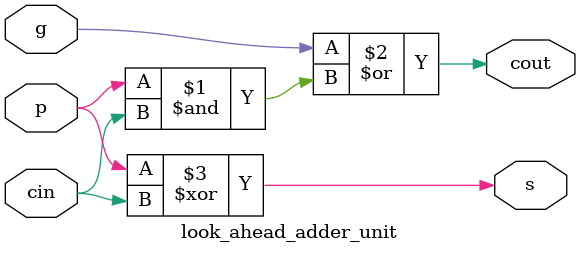
<source format=v>
module look_ahead_adder_unit(cout,s,p,g,cin); //this is the smallest unit in our circuit 
    output s,cout;                              //and calculates sum and cout
    input p,g,cin;
    assign cout=g|(p&cin);
    assign s=p^cin;
endmodule
</source>
